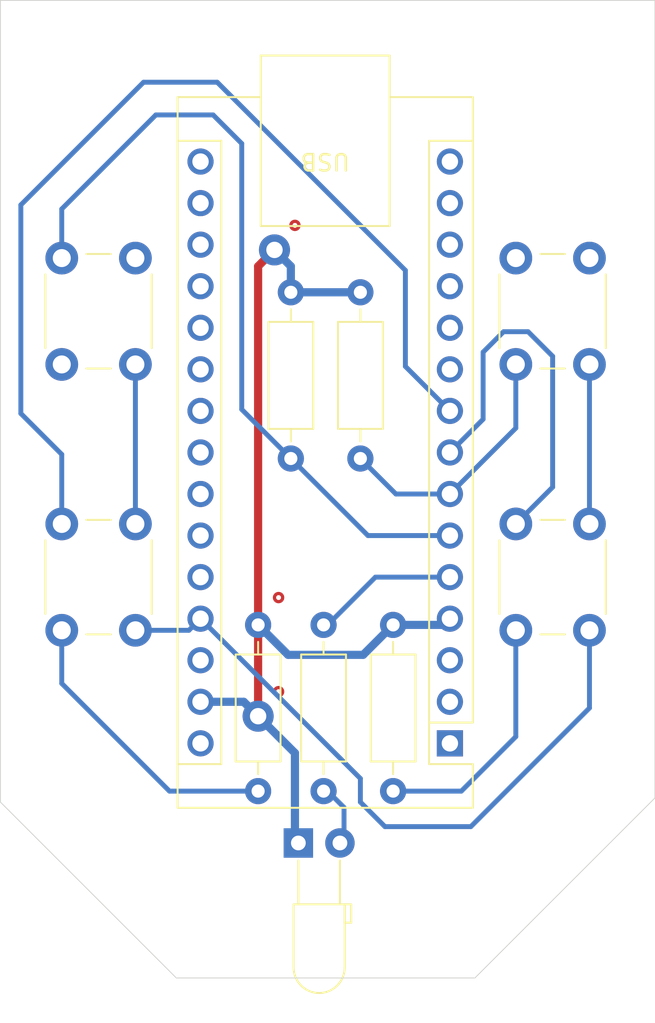
<source format=kicad_pcb>
(kicad_pcb (version 20240108) (generator "pcbnew") (generator_version "8.0")
  (layers (0 "F.Cu" signal) (31 "B.Cu" signal) (34 "B.Paste" user) (35 "F.Paste" user) (36 "B.SilkS" user "B.Silkscreen") (37 "F.SilkS" user "F.Silkscreen") (38 "B.Mask" user) (39 "F.Mask" user) (44 "Edge.Cuts" user))
  (net 0 "")
  (net 6 "Net-(A1-D5)")
  (net 8 "GND")
  (net 19 "Net-(A1-D6)")
  (net 22 "Net-(A1-D2)")
  (net 27 "Net-(D1-A)")
  (net 28 "Net-(A1-D4)")
  (net 29 "+5V")
  (net 30 "Net-(A1-D3)")
  (footprint "Button_Switch_THT:SW_PUSH_6mm" (layer "F.Cu") (at 168.75 69 -90)
    (property "Reference" "SW2" (hide yes))
    (property "Value" "SW_Push" (hide yes))
    (fp_line (start 1 5.5) (end 5.5 5.5) (stroke (width 0.12)) (layer "F.SilkS"))
    (fp_line (start 6.75 3) (end 6.75 1.5) (stroke (width 0.12)) (layer "F.SilkS"))
    (fp_line (start -0.25 1.5) (end -0.25 3) (stroke (width 0.12)) (layer "F.SilkS"))
    (fp_line (start 5.5 -1) (end 1 -1) (stroke (width 0.12)) (layer "F.SilkS"))
    (pad "1" thru_hole circle (at 0 0) (size 2 2) (drill 1.1) (layers "*.Cu" "*.Mask") (net 29 "+5V"))
    (pad "1" thru_hole circle (at 6.5 0) (size 2 2) (drill 1.1) (layers "*.Cu" "*.Mask") (net 29 "+5V"))
    (pad "2" thru_hole circle (at 0 4.5) (size 2 2) (drill 1.1) (layers "*.Cu" "*.Mask") (net 28 "Net-(A1-D4)"))
    (pad "2" thru_hole circle (at 6.5 4.5) (size 2 2) (drill 1.1) (layers "*.Cu" "*.Mask") (net 28 "Net-(A1-D4)"))
  )
  (footprint "Resistor_THT:R_Axial_DIN0207_L6.3mm_D2.5mm_P10.16mm_Horizontal" (layer "F.Cu") (at 154.75 81.25 90)
    (property "Reference" "R4" (hide yes))
    (property "Value" "10k" (hide yes))
    (fp_line (start 8.35 -1.37) (end 1.81 -1.37) (stroke (width 0.12)) (layer "F.SilkS"))
    (fp_line (start 1.81 -1.37) (end 1.81 1.37) (stroke (width 0.12)) (layer "F.SilkS"))
    (fp_line (start 9.12 0) (end 8.35 0) (stroke (width 0.12)) (layer "F.SilkS"))
    (fp_line (start 1.04 0) (end 1.81 0) (stroke (width 0.12)) (layer "F.SilkS"))
    (fp_line (start 8.35 1.37) (end 8.35 -1.37) (stroke (width 0.12)) (layer "F.SilkS"))
    (fp_line (start 1.81 1.37) (end 8.35 1.37) (stroke (width 0.12)) (layer "F.SilkS"))
    (pad "1" thru_hole circle (at 0 0 90) (size 1.6 1.6) (drill 0.8) (layers "*.Cu" "*.Mask") (net 28 "Net-(A1-D4)"))
    (pad "2" thru_hole oval (at 10.16 0 90) (size 1.6 1.6) (drill 0.8) (layers "*.Cu" "*.Mask") (net 8 "GND"))
  )
  (footprint "Resistor_THT:R_Axial_DIN0207_L6.3mm_D2.5mm_P10.16mm_Horizontal" (layer "F.Cu") (at 156.75 101.58 90)
    (property "Reference" "R3" (hide yes))
    (property "Value" "10k" (hide yes))
    (fp_line (start 8.35 -1.37) (end 1.81 -1.37) (stroke (width 0.12)) (layer "F.SilkS"))
    (fp_line (start 1.81 -1.37) (end 1.81 1.37) (stroke (width 0.12)) (layer "F.SilkS"))
    (fp_line (start 9.12 0) (end 8.35 0) (stroke (width 0.12)) (layer "F.SilkS"))
    (fp_line (start 1.04 0) (end 1.81 0) (stroke (width 0.12)) (layer "F.SilkS"))
    (fp_line (start 8.35 1.37) (end 8.35 -1.37) (stroke (width 0.12)) (layer "F.SilkS"))
    (fp_line (start 1.81 1.37) (end 8.35 1.37) (stroke (width 0.12)) (layer "F.SilkS"))
    (pad "1" thru_hole circle (at 0 0 90) (size 1.6 1.6) (drill 0.8) (layers "*.Cu" "*.Mask") (net 6 "Net-(A1-D5)"))
    (pad "2" thru_hole oval (at 10.16 0 90) (size 1.6 1.6) (drill 0.8) (layers "*.Cu" "*.Mask") (net 8 "GND"))
  )
  (footprint "Resistor_THT:R_Axial_DIN0207_L6.3mm_D2.5mm_P10.16mm_Horizontal" (layer "F.Cu") (at 148.5 101.58 90)
    (property "Reference" "R2" (hide yes))
    (property "Value" "10k" (hide yes))
    (fp_line (start 8.35 -1.37) (end 1.81 -1.37) (stroke (width 0.12)) (layer "F.SilkS"))
    (fp_line (start 1.81 -1.37) (end 1.81 1.37) (stroke (width 0.12)) (layer "F.SilkS"))
    (fp_line (start 9.12 0) (end 8.35 0) (stroke (width 0.12)) (layer "F.SilkS"))
    (fp_line (start 1.04 0) (end 1.81 0) (stroke (width 0.12)) (layer "F.SilkS"))
    (fp_line (start 8.35 1.37) (end 8.35 -1.37) (stroke (width 0.12)) (layer "F.SilkS"))
    (fp_line (start 1.81 1.37) (end 8.35 1.37) (stroke (width 0.12)) (layer "F.SilkS"))
    (pad "1" thru_hole circle (at 0 0 90) (size 1.6 1.6) (drill 0.8) (layers "*.Cu" "*.Mask") (net 19 "Net-(A1-D6)"))
    (pad "2" thru_hole oval (at 10.16 0 90) (size 1.6 1.6) (drill 0.8) (layers "*.Cu" "*.Mask") (net 8 "GND"))
  )
  (footprint "Button_Switch_THT:SW_PUSH_6mm" (layer "F.Cu") (at 168.75 85.25 -90)
    (property "Reference" "SW3" (hide yes))
    (property "Value" "SW_Push" (hide yes))
    (fp_line (start 1 5.5) (end 5.5 5.5) (stroke (width 0.12)) (layer "F.SilkS"))
    (fp_line (start 6.75 3) (end 6.75 1.5) (stroke (width 0.12)) (layer "F.SilkS"))
    (fp_line (start -0.25 1.5) (end -0.25 3) (stroke (width 0.12)) (layer "F.SilkS"))
    (fp_line (start 5.5 -1) (end 1 -1) (stroke (width 0.12)) (layer "F.SilkS"))
    (pad "1" thru_hole circle (at 0 0) (size 2 2) (drill 1.1) (layers "*.Cu" "*.Mask") (net 29 "+5V"))
    (pad "1" thru_hole circle (at 6.5 0) (size 2 2) (drill 1.1) (layers "*.Cu" "*.Mask") (net 29 "+5V"))
    (pad "2" thru_hole circle (at 0 4.5) (size 2 2) (drill 1.1) (layers "*.Cu" "*.Mask") (net 6 "Net-(A1-D5)"))
    (pad "2" thru_hole circle (at 6.5 4.5) (size 2 2) (drill 1.1) (layers "*.Cu" "*.Mask") (net 6 "Net-(A1-D5)"))
  )
  (footprint "Module:Arduino_Nano" (layer "F.Cu") (at 160.22 98.66 180)
    (property "Reference" "A1" (hide yes))
    (property "Value" "Arduino_Nano_v3.x" (hide yes))
    (fp_line (start 16.64 39.5) (end 16.64 -3.94) (stroke (width 0.12)) (layer "F.SilkS"))
    (fp_line (start 16.64 39.5) (end 11.56 39.5) (stroke (width 0.12)) (layer "F.SilkS"))
    (fp_line (start 16.64 -3.94) (end -1.4 -3.94) (stroke (width 0.12)) (layer "F.SilkS"))
    (fp_line (start 13.97 36.83) (end 16.64 36.83) (stroke (width 0.12)) (layer "F.SilkS"))
    (fp_line (start 13.97 -1.27) (end 16.64 -1.27) (stroke (width 0.12)) (layer "F.SilkS"))
    (fp_line (start 13.97 -1.27) (end 13.97 36.83) (stroke (width 0.12)) (layer "F.SilkS"))
    (fp_line (start 11.56 42.04) (end 3.68 42.04) (stroke (width 0.12)) (layer "F.SilkS"))
    (fp_line (start 11.56 31.62) (end 11.56 42.04) (stroke (width 0.12)) (layer "F.SilkS"))
    (fp_line (start 3.68 42.04) (end 3.68 31.62) (stroke (width 0.12)) (layer "F.SilkS"))
    (fp_line (start 3.68 31.62) (end 11.56 31.62) (stroke (width 0.12)) (layer "F.SilkS"))
    (fp_line (start 1.27 36.83) (end -1.4 36.83) (stroke (width 0.12)) (layer "F.SilkS"))
    (fp_line (start 1.27 1.27) (end 1.27 36.83) (stroke (width 0.12)) (layer "F.SilkS"))
    (fp_line (start 1.27 1.27) (end 1.27 -1.27) (stroke (width 0.12)) (layer "F.SilkS"))
    (fp_line (start 1.27 1.27) (end -1.4 1.27) (stroke (width 0.12)) (layer "F.SilkS"))
    (fp_line (start 1.27 -1.27) (end -1.4 -1.27) (stroke (width 0.12)) (layer "F.SilkS"))
    (fp_line (start -1.4 39.5) (end 3.68 39.5) (stroke (width 0.12)) (layer "F.SilkS"))
    (fp_line (start -1.4 1.27) (end -1.4 39.5) (stroke (width 0.12)) (layer "F.SilkS"))
    (fp_line (start -1.4 -3.94) (end -1.4 -1.27) (stroke (width 0.12)) (layer "F.SilkS"))
    (fp_text user "USB" (at 7.62 35.56 180) (layer "F.SilkS"))
    (pad "1" thru_hole rect (at 0 0 180) (size 1.6 1.6) (drill 1) (layers "*.Cu" "*.Mask"))
    (pad "2" thru_hole oval (at 0 2.54 180) (size 1.6 1.6) (drill 1) (layers "*.Cu" "*.Mask"))
    (pad "3" thru_hole oval (at 0 5.08 180) (size 1.6 1.6) (drill 1) (layers "*.Cu" "*.Mask"))
    (pad "4" thru_hole oval (at 0 7.62 180) (size 1.6 1.6) (drill 1) (layers "*.Cu" "*.Mask") (net 8 "GND"))
    (pad "5" thru_hole oval (at 0 10.16 180) (size 1.6 1.6) (drill 1) (layers "*.Cu" "*.Mask") (net 22 "Net-(A1-D2)"))
    (pad "6" thru_hole oval (at 0 12.7 180) (size 1.6 1.6) (drill 1) (layers "*.Cu" "*.Mask") (net 30 "Net-(A1-D3)"))
    (pad "7" thru_hole oval (at 0 15.24 180) (size 1.6 1.6) (drill 1) (layers "*.Cu" "*.Mask") (net 28 "Net-(A1-D4)"))
    (pad "8" thru_hole oval (at 0 17.78 180) (size 1.6 1.6) (drill 1) (layers "*.Cu" "*.Mask") (net 6 "Net-(A1-D5)"))
    (pad "9" thru_hole oval (at 0 20.32 180) (size 1.6 1.6) (drill 1) (layers "*.Cu" "*.Mask") (net 19 "Net-(A1-D6)"))
    (pad "10" thru_hole oval (at 0 22.86 180) (size 1.6 1.6) (drill 1) (layers "*.Cu" "*.Mask"))
    (pad "11" thru_hole oval (at 0 25.4 180) (size 1.6 1.6) (drill 1) (layers "*.Cu" "*.Mask"))
    (pad "12" thru_hole oval (at 0 27.94 180) (size 1.6 1.6) (drill 1) (layers "*.Cu" "*.Mask"))
    (pad "13" thru_hole oval (at 0 30.48 180) (size 1.6 1.6) (drill 1) (layers "*.Cu" "*.Mask"))
    (pad "14" thru_hole oval (at 0 33.02 180) (size 1.6 1.6) (drill 1) (layers "*.Cu" "*.Mask"))
    (pad "15" thru_hole oval (at 0 35.56 180) (size 1.6 1.6) (drill 1) (layers "*.Cu" "*.Mask"))
    (pad "16" thru_hole oval (at 15.24 35.56 180) (size 1.6 1.6) (drill 1) (layers "*.Cu" "*.Mask"))
    (pad "17" thru_hole oval (at 15.24 33.02 180) (size 1.6 1.6) (drill 1) (layers "*.Cu" "*.Mask"))
    (pad "18" thru_hole oval (at 15.24 30.48 180) (size 1.6 1.6) (drill 1) (layers "*.Cu" "*.Mask"))
    (pad "19" thru_hole oval (at 15.24 27.94 180) (size 1.6 1.6) (drill 1) (layers "*.Cu" "*.Mask"))
    (pad "20" thru_hole oval (at 15.24 25.4 180) (size 1.6 1.6) (drill 1) (layers "*.Cu" "*.Mask"))
    (pad "21" thru_hole oval (at 15.24 22.86 180) (size 1.6 1.6) (drill 1) (layers "*.Cu" "*.Mask"))
    (pad "22" thru_hole oval (at 15.24 20.32 180) (size 1.6 1.6) (drill 1) (layers "*.Cu" "*.Mask"))
    (pad "23" thru_hole oval (at 15.24 17.78 180) (size 1.6 1.6) (drill 1) (layers "*.Cu" "*.Mask"))
    (pad "24" thru_hole oval (at 15.24 15.24 180) (size 1.6 1.6) (drill 1) (layers "*.Cu" "*.Mask"))
    (pad "25" thru_hole oval (at 15.24 12.7 180) (size 1.6 1.6) (drill 1) (layers "*.Cu" "*.Mask"))
    (pad "26" thru_hole oval (at 15.24 10.16 180) (size 1.6 1.6) (drill 1) (layers "*.Cu" "*.Mask"))
    (pad "27" thru_hole oval (at 15.24 7.62 180) (size 1.6 1.6) (drill 1) (layers "*.Cu" "*.Mask") (net 29 "+5V"))
    (pad "28" thru_hole oval (at 15.24 5.08 180) (size 1.6 1.6) (drill 1) (layers "*.Cu" "*.Mask"))
    (pad "29" thru_hole oval (at 15.24 2.54 180) (size 1.6 1.6) (drill 1) (layers "*.Cu" "*.Mask") (net 8 "GND"))
    (pad "30" thru_hole oval (at 15.24 0 180) (size 1.6 1.6) (drill 1) (layers "*.Cu" "*.Mask"))
  )
  (footprint "Button_Switch_THT:SW_PUSH_6mm" (layer "F.Cu") (at 141 69 -90)
    (property "Reference" "SW1" (hide yes))
    (property "Value" "SW_Push" (hide yes))
    (fp_line (start 1 5.5) (end 5.5 5.5) (stroke (width 0.12)) (layer "F.SilkS"))
    (fp_line (start 6.75 3) (end 6.75 1.5) (stroke (width 0.12)) (layer "F.SilkS"))
    (fp_line (start -0.25 1.5) (end -0.25 3) (stroke (width 0.12)) (layer "F.SilkS"))
    (fp_line (start 5.5 -1) (end 1 -1) (stroke (width 0.12)) (layer "F.SilkS"))
    (pad "1" thru_hole circle (at 0 0) (size 2 2) (drill 1.1) (layers "*.Cu" "*.Mask") (net 29 "+5V"))
    (pad "1" thru_hole circle (at 6.5 0) (size 2 2) (drill 1.1) (layers "*.Cu" "*.Mask") (net 29 "+5V"))
    (pad "2" thru_hole circle (at 0 4.5) (size 2 2) (drill 1.1) (layers "*.Cu" "*.Mask") (net 30 "Net-(A1-D3)"))
    (pad "2" thru_hole circle (at 6.5 4.5) (size 2 2) (drill 1.1) (layers "*.Cu" "*.Mask") (net 30 "Net-(A1-D3)"))
  )
  (footprint "LED_THT:LED_D3.0mm_Horizontal_O3.81mm_Z6.0mm" (layer "F.Cu") (at 150.96 104.75)
    (property "Reference" "D1" (hide yes))
    (property "Value" "LED")
    (fp_line (start -0.29 3.75) (end -0.29 7.61) (stroke (width 0.12)) (layer "F.SilkS"))
    (fp_line (start -0.29 3.75) (end 2.83 3.75) (stroke (width 0.12)) (layer "F.SilkS"))
    (fp_line (start 0 1.08) (end 0 1.08) (stroke (width 0.12)) (layer "F.SilkS"))
    (fp_line (start 0 1.08) (end 0 3.75) (stroke (width 0.12)) (layer "F.SilkS"))
    (fp_line (start 0 3.75) (end 0 1.08) (stroke (width 0.12)) (layer "F.SilkS"))
    (fp_line (start 0 3.75) (end 0 3.75) (stroke (width 0.12)) (layer "F.SilkS"))
    (fp_line (start 2.54 1.08) (end 2.54 1.08) (stroke (width 0.12)) (layer "F.SilkS"))
    (fp_line (start 2.54 1.08) (end 2.54 3.75) (stroke (width 0.12)) (layer "F.SilkS"))
    (fp_line (start 2.54 3.75) (end 2.54 1.08) (stroke (width 0.12)) (layer "F.SilkS"))
    (fp_line (start 2.54 3.75) (end 2.54 3.75) (stroke (width 0.12)) (layer "F.SilkS"))
    (fp_line (start 2.83 3.75) (end 2.83 7.61) (stroke (width 0.12)) (layer "F.SilkS"))
    (fp_line (start 2.83 3.75) (end 3.23 3.75) (stroke (width 0.12)) (layer "F.SilkS"))
    (fp_line (start 2.83 4.87) (end 2.83 3.75) (stroke (width 0.12)) (layer "F.SilkS"))
    (fp_line (start 3.23 3.75) (end 3.23 4.87) (stroke (width 0.12)) (layer "F.SilkS"))
    (fp_line (start 3.23 4.87) (end 2.83 4.87) (stroke (width 0.12)) (layer "F.SilkS"))
    (fp_arc (start 2.83 7.61) (mid 1.27 9.17) (end -0.29 7.61) (stroke (width 0.12)) (layer "F.SilkS"))
    (pad "1" thru_hole rect (at 0 0) (size 1.8 1.8) (drill 0.9) (layers "*.Cu" "*.Mask") (net 8 "GND"))
    (pad "2" thru_hole circle (at 2.54 0) (size 1.8 1.8) (drill 0.9) (layers "*.Cu" "*.Mask") (net 27 "Net-(D1-A)"))
  )
  (footprint "Button_Switch_THT:SW_PUSH_6mm" (layer "F.Cu") (at 141 85.25 -90)
    (property "Reference" "SW4" (hide yes))
    (property "Value" "SW_Push" (hide yes))
    (fp_line (start 1 5.5) (end 5.5 5.5) (stroke (width 0.12)) (layer "F.SilkS"))
    (fp_line (start 6.75 3) (end 6.75 1.5) (stroke (width 0.12)) (layer "F.SilkS"))
    (fp_line (start -0.25 1.5) (end -0.25 3) (stroke (width 0.12)) (layer "F.SilkS"))
    (fp_line (start 5.5 -1) (end 1 -1) (stroke (width 0.12)) (layer "F.SilkS"))
    (pad "1" thru_hole circle (at 0 0) (size 2 2) (drill 1.1) (layers "*.Cu" "*.Mask") (net 29 "+5V"))
    (pad "1" thru_hole circle (at 6.5 0) (size 2 2) (drill 1.1) (layers "*.Cu" "*.Mask") (net 29 "+5V"))
    (pad "2" thru_hole circle (at 0 4.5) (size 2 2) (drill 1.1) (layers "*.Cu" "*.Mask") (net 19 "Net-(A1-D6)"))
    (pad "2" thru_hole circle (at 6.5 4.5) (size 2 2) (drill 1.1) (layers "*.Cu" "*.Mask") (net 19 "Net-(A1-D6)"))
  )
  (footprint "Resistor_THT:R_Axial_DIN0207_L6.3mm_D2.5mm_P10.16mm_Horizontal" (layer "F.Cu") (at 150.5 81.25 90)
    (property "Reference" "R5" (hide yes))
    (property "Value" "10k" (hide yes))
    (fp_line (start 8.35 -1.37) (end 1.81 -1.37) (stroke (width 0.12)) (layer "F.SilkS"))
    (fp_line (start 1.81 -1.37) (end 1.81 1.37) (stroke (width 0.12)) (layer "F.SilkS"))
    (fp_line (start 9.12 0) (end 8.35 0) (stroke (width 0.12)) (layer "F.SilkS"))
    (fp_line (start 1.04 0) (end 1.81 0) (stroke (width 0.12)) (layer "F.SilkS"))
    (fp_line (start 8.35 1.37) (end 8.35 -1.37) (stroke (width 0.12)) (layer "F.SilkS"))
    (fp_line (start 1.81 1.37) (end 8.35 1.37) (stroke (width 0.12)) (layer "F.SilkS"))
    (pad "1" thru_hole circle (at 0 0 90) (size 1.6 1.6) (drill 0.8) (layers "*.Cu" "*.Mask") (net 30 "Net-(A1-D3)"))
    (pad "2" thru_hole oval (at 10.16 0 90) (size 1.6 1.6) (drill 0.8) (layers "*.Cu" "*.Mask") (net 8 "GND"))
  )
  (footprint "Resistor_THT:R_Axial_DIN0207_L6.3mm_D2.5mm_P10.16mm_Horizontal" (layer "F.Cu") (at 152.5 91.42 -90)
    (property "Reference" "R1" (hide yes))
    (property "Value" "330R" (hide yes))
    (fp_line (start 1.81 1.37) (end 8.35 1.37) (stroke (width 0.12)) (layer "F.SilkS"))
    (fp_line (start 8.35 1.37) (end 8.35 -1.37) (stroke (width 0.12)) (layer "F.SilkS"))
    (fp_line (start 1.04 0) (end 1.81 0) (stroke (width 0.12)) (layer "F.SilkS"))
    (fp_line (start 9.12 0) (end 8.35 0) (stroke (width 0.12)) (layer "F.SilkS"))
    (fp_line (start 1.81 -1.37) (end 1.81 1.37) (stroke (width 0.12)) (layer "F.SilkS"))
    (fp_line (start 8.35 -1.37) (end 1.81 -1.37) (stroke (width 0.12)) (layer "F.SilkS"))
    (pad "1" thru_hole circle (at 0 0 270) (size 1.6 1.6) (drill 0.8) (layers "*.Cu" "*.Mask") (net 22 "Net-(A1-D2)"))
    (pad "2" thru_hole oval (at 10.16 0 270) (size 1.6 1.6) (drill 0.8) (layers "*.Cu" "*.Mask") (net 27 "Net-(D1-A)"))
  )
  (gr_circle (center 150.75 67) (end 151 67) (stroke (width 0.2)) (fill none) (layer "F.Cu"))
  (gr_circle (center 149.75 89.75) (end 150 89.75) (stroke (width 0.2)) (fill none) (layer "F.Cu"))
  (gr_circle (center 149.75 95.5) (end 150 95.5) (stroke (width 0.2)) (fill none) (layer "F.Cu"))
  (gr_line (start 161.75 113) (end 143.5 113) (stroke (width 0.05)) (layer "Edge.Cuts"))
  (gr_line (start 172.75 102) (end 172.75 53.25) (stroke (width 0.05)) (layer "Edge.Cuts"))
  (gr_line (start 132.75 53.25) (end 172.75 53.25) (stroke (width 0.05)) (layer "Edge.Cuts"))
  (gr_line (start 143.5 113) (end 132.75 102.25) (stroke (width 0.05)) (layer "Edge.Cuts"))
  (gr_line (start 161.75 113) (end 172.75 102) (stroke (width 0.05)) (layer "Edge.Cuts"))
  (gr_line (start 132.75 102.25) (end 132.75 53.25) (stroke (width 0.05)) (layer "Edge.Cuts"))
  (segment (start 166.5 75) (end 166.5 83) (width 0.3) (layer "B.Cu") (net 6))
  (segment (start 156.75 101.58) (end 160.92 101.58) (width 0.3) (layer "B.Cu") (net 6))
  (segment (start 163.5 73.5) (end 165 73.5) (width 0.3) (layer "B.Cu") (net 6))
  (segment (start 162.25 78.85) (end 162.25 74.75) (width 0.3) (layer "B.Cu") (net 6))
  (segment (start 160.92 101.58) (end 164.25 98.25) (width 0.3) (layer "B.Cu") (net 6))
  (segment (start 160.22 80.88) (end 162.25 78.85) (width 0.3) (layer "B.Cu") (net 6))
  (segment (start 165 73.5) (end 166.5 75) (width 0.3) (layer "B.Cu") (net 6))
  (segment (start 166.5 83) (end 164.25 85.25) (width 0.3) (layer "B.Cu") (net 6))
  (segment (start 164.25 98.25) (end 164.25 91.75) (width 0.3) (layer "B.Cu") (net 6))
  (segment (start 162.25 74.75) (end 163.5 73.5) (width 0.3) (layer "B.Cu") (net 6))
  (segment (start 148.5 97) (end 148.5 91.42) (width 0.5) (layer "F.Cu") (net 8))
  (segment (start 149.5 68.5) (end 148.5 69.5) (width 0.5) (layer "F.Cu") (net 8))
  (segment (start 148.5 69.5) (end 148.5 91.42) (width 0.5) (layer "F.Cu") (net 8))
  (via (at 149.5 68.5) (size 1.9) (drill 1) (layers "F.Cu" "B.Cu") (net 8))
  (via (at 148.5 97) (size 1.9) (drill 1) (layers "F.Cu" "B.Cu") (net 8))
  (segment (start 159.84 91.42) (end 156.75 91.42) (width 0.5) (layer "B.Cu") (net 8))
  (segment (start 150.33 93.25) (end 154.92 93.25) (width 0.5) (layer "B.Cu") (net 8))
  (segment (start 154.92 93.25) (end 156.75 91.42) (width 0.5) (layer "B.Cu") (net 8))
  (segment (start 150.5 71.09) (end 154.75 71.09) (width 0.5) (layer "B.Cu") (net 8))
  (segment (start 148.5 91.42) (end 150.33 93.25) (width 0.5) (layer "B.Cu") (net 8))
  (segment (start 150.75 104.54) (end 150.96 104.75) (width 0.5) (layer "B.Cu") (net 8))
  (segment (start 150.5 71.09) (end 150.5 69.5) (width 0.5) (layer "B.Cu") (net 8))
  (segment (start 150.75 99.25) (end 150.75 104.54) (width 0.5) (layer "B.Cu") (net 8))
  (segment (start 150.5 69.5) (end 149.5 68.5) (width 0.5) (layer "B.Cu") (net 8))
  (segment (start 144.98 96.12) (end 147.62 96.12) (width 0.5) (layer "B.Cu") (net 8))
  (segment (start 160.22 91.04) (end 159.84 91.42) (width 0.5) (layer "B.Cu") (net 8))
  (segment (start 150.96 104.75) (end 151.21 104.75) (width 0.5) (layer "B.Cu") (net 8))
  (segment (start 147.62 96.12) (end 150.75 99.25) (width 0.5) (layer "B.Cu") (net 8))
  (segment (start 147.62 96.12) (end 148.5 97) (width 0.5) (layer "B.Cu") (net 8))
  (segment (start 136.5 85.25) (end 136.5 81) (width 0.3) (layer "B.Cu") (net 19))
  (segment (start 136.5 81) (end 134 78.5) (width 0.3) (layer "B.Cu") (net 19))
  (segment (start 134 65.75) (end 141.5 58.25) (width 0.3) (layer "B.Cu") (net 19))
  (segment (start 157.5 75.62) (end 160.22 78.34) (width 0.3) (layer "B.Cu") (net 19))
  (segment (start 136.5 91.75) (end 136.5 95) (width 0.3) (layer "B.Cu") (net 19))
  (segment (start 141.5 58.25) (end 146 58.25) (width 0.3) (layer "B.Cu") (net 19))
  (segment (start 157.5 69.75) (end 157.5 75.62) (width 0.3) (layer "B.Cu") (net 19))
  (segment (start 143.08 101.58) (end 148.5 101.58) (width 0.3) (layer "B.Cu") (net 19))
  (segment (start 136.5 95) (end 143.08 101.58) (width 0.3) (layer "B.Cu") (net 19))
  (segment (start 146 58.25) (end 157.5 69.75) (width 0.3) (layer "B.Cu") (net 19))
  (segment (start 134 78.5) (end 134 65.75) (width 0.3) (layer "B.Cu") (net 19))
  (segment (start 155.67 88.5) (end 160.22 88.5) (width 0.3) (layer "B.Cu") (net 22))
  (segment (start 152.75 91.42) (end 155.67 88.5) (width 0.3) (layer "B.Cu") (net 22))
  (segment (start 153.75 102.58) (end 152.75 101.58) (width 0.3) (layer "B.Cu") (net 27))
  (segment (start 153.75 104.5) (end 153.75 102.58) (width 0.3) (layer "B.Cu") (net 27))
  (segment (start 164.25 75.5) (end 164.25 79.39) (width 0.3) (layer "B.Cu") (net 28))
  (segment (start 154.75 81.25) (end 156.92 83.42) (width 0.3) (layer "B.Cu") (net 28))
  (segment (start 164.25 79.39) (end 160.22 83.42) (width 0.3) (layer "B.Cu") (net 28))
  (segment (start 156.92 83.42) (end 160.22 83.42) (width 0.3) (layer "B.Cu") (net 28))
  (segment (start 141 75.5) (end 141 85.25) (width 0.3) (layer "B.Cu") (net 29))
  (segment (start 161.5 103.75) (end 168.75 96.5) (width 0.3) (layer "B.Cu") (net 29))
  (segment (start 168.75 96.5) (end 168.75 91.75) (width 0.3) (layer "B.Cu") (net 29))
  (segment (start 154.75 100.81) (end 154.75 102.25) (width 0.3) (layer "B.Cu") (net 29))
  (segment (start 168.75 75.5) (end 168.75 85.25) (width 0.3) (layer "B.Cu") (net 29))
  (segment (start 156.25 103.75) (end 161.5 103.75) (width 0.3) (layer "B.Cu") (net 29))
  (segment (start 141 91.75) (end 144.27 91.75) (width 0.3) (layer "B.Cu") (net 29))
  (segment (start 144.27 91.75) (end 144.98 91.04) (width 0.3) (layer "B.Cu") (net 29))
  (segment (start 154.75 102.25) (end 156.25 103.75) (width 0.3) (layer "B.Cu") (net 29))
  (segment (start 144.98 91.04) (end 154.75 100.81) (width 0.3) (layer "B.Cu") (net 29))
  (segment (start 155.21 85.96) (end 160.22 85.96) (width 0.3) (layer "B.Cu") (net 30))
  (segment (start 142.25 60.25) (end 136.5 66) (width 0.3) (layer "B.Cu") (net 30))
  (segment (start 150.5 81.25) (end 147.5 78.25) (width 0.3) (layer "B.Cu") (net 30))
  (segment (start 150.5 81.25) (end 155.21 85.96) (width 0.3) (layer "B.Cu") (net 30))
  (segment (start 145.75 60.25) (end 142.25 60.25) (width 0.3) (layer "B.Cu") (net 30))
  (segment (start 147.5 62) (end 145.75 60.25) (width 0.3) (layer "B.Cu") (net 30))
  (segment (start 147.5 78.25) (end 147.5 62) (width 0.3) (layer "B.Cu") (net 30))
  (segment (start 136.5 66) (end 136.5 69) (width 0.3) (layer "B.Cu") (net 30))
)
</source>
